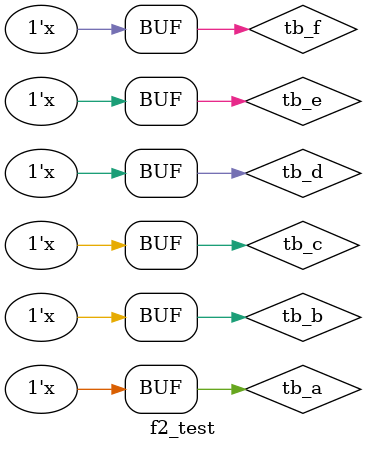
<source format=v>
module f2_test;
	reg tb_a, tb_b, tb_c, tb_d, tb_e, tb_f;
	wire out;

	f2 test (.a(tb_a), .b(tb_b), .c(tb_c), .d(tb_d), .e(tb_e), .f(tb_f), .out(tb_out));

	initial begin
		tb_a = 0;
		tb_b = 0;
		tb_c = 0;
		tb_d = 0;
		tb_e = 0;
		tb_f = 0;
	end
	
	always #1 tb_a = ~tb_a;
	always #2 tb_b = ~tb_b;
	always #4 tb_c = ~tb_c;
	always #8 tb_d = ~tb_d;
	always #16 tb_e = ~tb_e;
	always #32 tb_f = ~tb_f;
	
endmodule


</source>
